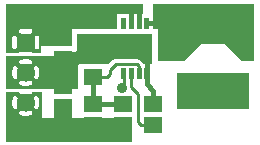
<source format=gbr>
G04 start of page 2 for group 0 idx 0 *
G04 Title: (unknown), component *
G04 Creator: pcb 20110918 *
G04 CreationDate: Sun 25 Aug 2013 03:08:56 AM GMT UTC *
G04 For: railfan *
G04 Format: Gerber/RS-274X *
G04 PCB-Dimensions: 85000 48000 *
G04 PCB-Coordinate-Origin: lower left *
%MOIN*%
%FSLAX25Y25*%
%LNTOP*%
%ADD20C,0.0380*%
%ADD19C,0.0200*%
%ADD18C,0.0360*%
%ADD17R,0.0230X0.0230*%
%ADD16R,0.0165X0.0165*%
%ADD15R,0.0512X0.0512*%
%ADD14C,0.0600*%
%ADD13C,0.0100*%
%ADD12C,0.0150*%
%ADD11C,0.0001*%
G54D11*G36*
X11250Y47000D02*X12500D01*
Y30500D01*
X11250D01*
Y31748D01*
X11368Y31757D01*
X11482Y31785D01*
X11592Y31830D01*
X11692Y31891D01*
X11782Y31968D01*
X11859Y32058D01*
X11920Y32158D01*
X11965Y32268D01*
X11993Y32382D01*
X12000Y32500D01*
Y35500D01*
X11993Y35618D01*
X11965Y35732D01*
X11920Y35842D01*
X11859Y35942D01*
X11782Y36032D01*
X11692Y36109D01*
X11592Y36170D01*
X11482Y36215D01*
X11368Y36243D01*
X11250Y36252D01*
Y47000D01*
G37*
G36*
X7500D02*X11250D01*
Y36252D01*
X11132Y36243D01*
X11018Y36215D01*
X10908Y36170D01*
X10808Y36109D01*
X10718Y36032D01*
X10641Y35942D01*
X10580Y35842D01*
X10535Y35732D01*
X10507Y35618D01*
X10500Y35500D01*
Y32500D01*
X10507Y32382D01*
X10535Y32268D01*
X10580Y32158D01*
X10641Y32058D01*
X10718Y31968D01*
X10808Y31891D01*
X10908Y31830D01*
X11018Y31785D01*
X11132Y31757D01*
X11250Y31748D01*
Y30500D01*
X9708D01*
X9670Y30592D01*
X9609Y30692D01*
X9532Y30782D01*
X9442Y30859D01*
X9342Y30920D01*
X9232Y30965D01*
X9118Y30993D01*
X9000Y31000D01*
X7500D01*
Y37000D01*
X9000D01*
X9118Y37007D01*
X9232Y37035D01*
X9342Y37080D01*
X9442Y37141D01*
X9532Y37218D01*
X9609Y37308D01*
X9670Y37408D01*
X9715Y37518D01*
X9743Y37632D01*
X9752Y37750D01*
X9743Y37868D01*
X9715Y37982D01*
X9670Y38092D01*
X9609Y38192D01*
X9532Y38282D01*
X9442Y38359D01*
X9342Y38420D01*
X9232Y38465D01*
X9118Y38493D01*
X9000Y38500D01*
X7500D01*
Y47000D01*
G37*
G36*
X3750D02*X7500D01*
Y38500D01*
X6000D01*
X5882Y38493D01*
X5768Y38465D01*
X5658Y38420D01*
X5558Y38359D01*
X5468Y38282D01*
X5391Y38192D01*
X5330Y38092D01*
X5285Y37982D01*
X5257Y37868D01*
X5248Y37750D01*
X5257Y37632D01*
X5285Y37518D01*
X5330Y37408D01*
X5391Y37308D01*
X5468Y37218D01*
X5558Y37141D01*
X5658Y37080D01*
X5768Y37035D01*
X5882Y37007D01*
X6000Y37000D01*
X7500D01*
Y31000D01*
X6000D01*
X5882Y30993D01*
X5768Y30965D01*
X5658Y30920D01*
X5558Y30859D01*
X5468Y30782D01*
X5391Y30692D01*
X5330Y30592D01*
X5292Y30500D01*
X3750D01*
Y31748D01*
X3868Y31757D01*
X3982Y31785D01*
X4092Y31830D01*
X4192Y31891D01*
X4282Y31968D01*
X4359Y32058D01*
X4420Y32158D01*
X4465Y32268D01*
X4493Y32382D01*
X4500Y32500D01*
Y35500D01*
X4493Y35618D01*
X4465Y35732D01*
X4420Y35842D01*
X4359Y35942D01*
X4282Y36032D01*
X4192Y36109D01*
X4092Y36170D01*
X3982Y36215D01*
X3868Y36243D01*
X3750Y36252D01*
Y47000D01*
G37*
G36*
X1000D02*X3750D01*
Y36252D01*
X3632Y36243D01*
X3518Y36215D01*
X3408Y36170D01*
X3308Y36109D01*
X3218Y36032D01*
X3141Y35942D01*
X3080Y35842D01*
X3035Y35732D01*
X3007Y35618D01*
X3000Y35500D01*
Y32500D01*
X3007Y32382D01*
X3035Y32268D01*
X3080Y32158D01*
X3141Y32058D01*
X3218Y31968D01*
X3308Y31891D01*
X3408Y31830D01*
X3518Y31785D01*
X3632Y31757D01*
X3750Y31748D01*
Y30500D01*
X1000D01*
Y47000D01*
G37*
G36*
X23000Y33000D02*X12000D01*
Y35500D01*
X11993Y35618D01*
X11965Y35732D01*
X11920Y35842D01*
X11859Y35942D01*
X11782Y36032D01*
X11692Y36109D01*
X11592Y36170D01*
X11482Y36215D01*
X11368Y36243D01*
X11250Y36252D01*
X11132Y36243D01*
X11018Y36215D01*
X10908Y36170D01*
X10808Y36109D01*
X10718Y36032D01*
X10641Y35942D01*
X10580Y35842D01*
X10535Y35732D01*
X10507Y35618D01*
X10500Y35500D01*
Y33000D01*
X7500D01*
Y37000D01*
X9000D01*
X9118Y37007D01*
X9232Y37035D01*
X9342Y37080D01*
X9442Y37141D01*
X9532Y37218D01*
X9609Y37308D01*
X9670Y37408D01*
X9715Y37518D01*
X9743Y37632D01*
X9752Y37750D01*
X9743Y37868D01*
X9715Y37982D01*
X9670Y38092D01*
X9609Y38192D01*
X9532Y38282D01*
X9442Y38359D01*
X9342Y38420D01*
X9232Y38465D01*
X9118Y38493D01*
X9000Y38500D01*
X7500D01*
Y47000D01*
X23000D01*
Y33000D01*
G37*
G36*
X51500Y47000D02*X83500D01*
Y33500D01*
X51500D01*
Y47000D01*
G37*
G36*
X50000D02*X53500D01*
Y38500D01*
X50000D01*
Y47000D01*
G37*
G36*
X51500Y36000D02*X60000D01*
Y28000D01*
X51500D01*
Y36000D01*
G37*
G36*
X49500Y27000D02*X46561D01*
X46497Y27104D01*
X46344Y27284D01*
X46299Y27322D01*
X45602Y28019D01*
X45564Y28064D01*
X45384Y28217D01*
X45183Y28341D01*
X44965Y28431D01*
X44735Y28486D01*
X44735Y28486D01*
X44500Y28505D01*
X44441Y28500D01*
X37559D01*
X37500Y28505D01*
X37265Y28486D01*
X37035Y28431D01*
X36817Y28341D01*
X36616Y28217D01*
X36615Y28217D01*
X36436Y28064D01*
X36398Y28019D01*
X35379Y27000D01*
X17000D01*
Y31000D01*
X49500D01*
Y27000D01*
G37*
G36*
X46500Y47000D02*Y43500D01*
X1000D01*
Y47000D01*
X46500D01*
G37*
G36*
X20500D02*X38000D01*
Y38500D01*
X20500D01*
Y47000D01*
G37*
G36*
X23000Y30000D02*X25500Y32500D01*
Y30000D01*
X23000D01*
G37*
G36*
X24500D02*Y37000D01*
X49500D01*
Y30000D01*
X24500D01*
G37*
G36*
X11113Y29500D02*X25000D01*
Y18500D01*
X11113D01*
Y21853D01*
X11156Y21860D01*
X11268Y21897D01*
X11373Y21952D01*
X11468Y22022D01*
X11551Y22106D01*
X11619Y22202D01*
X11670Y22308D01*
X11818Y22716D01*
X11922Y23137D01*
X11984Y23567D01*
X12005Y24000D01*
X11984Y24433D01*
X11922Y24863D01*
X11818Y25284D01*
X11675Y25694D01*
X11622Y25800D01*
X11553Y25896D01*
X11470Y25981D01*
X11375Y26051D01*
X11269Y26106D01*
X11157Y26143D01*
X11113Y26151D01*
Y29500D01*
G37*
G36*
X7502D02*X11113D01*
Y26151D01*
X11040Y26163D01*
X10921Y26164D01*
X10804Y26146D01*
X10691Y26110D01*
X10585Y26057D01*
X10488Y25988D01*
X10404Y25905D01*
X10333Y25809D01*
X10279Y25704D01*
X10241Y25592D01*
X10222Y25475D01*
X10221Y25356D01*
X10239Y25239D01*
X10277Y25126D01*
X10376Y24855D01*
X10444Y24575D01*
X10486Y24289D01*
X10500Y24000D01*
X10486Y23711D01*
X10444Y23425D01*
X10376Y23145D01*
X10280Y22872D01*
X10242Y22761D01*
X10225Y22644D01*
X10225Y22526D01*
X10245Y22409D01*
X10282Y22297D01*
X10336Y22193D01*
X10406Y22098D01*
X10491Y22015D01*
X10587Y21946D01*
X10692Y21893D01*
X10805Y21857D01*
X10921Y21840D01*
X11039Y21841D01*
X11113Y21853D01*
Y18500D01*
X7608D01*
X7502Y18505D01*
Y19495D01*
X7933Y19516D01*
X8363Y19578D01*
X8784Y19682D01*
X9194Y19825D01*
X9300Y19878D01*
X9396Y19947D01*
X9481Y20030D01*
X9551Y20125D01*
X9606Y20231D01*
X9643Y20343D01*
X9663Y20460D01*
X9664Y20579D01*
X9646Y20696D01*
X9610Y20809D01*
X9557Y20915D01*
X9488Y21012D01*
X9405Y21096D01*
X9309Y21167D01*
X9204Y21221D01*
X9092Y21259D01*
X8975Y21278D01*
X8856Y21279D01*
X8739Y21261D01*
X8626Y21223D01*
X8355Y21124D01*
X8075Y21056D01*
X7789Y21014D01*
X7502Y21000D01*
Y27000D01*
X7789Y26986D01*
X8075Y26944D01*
X8355Y26876D01*
X8628Y26780D01*
X8739Y26742D01*
X8856Y26725D01*
X8974Y26725D01*
X9091Y26745D01*
X9203Y26782D01*
X9307Y26836D01*
X9402Y26906D01*
X9485Y26991D01*
X9554Y27087D01*
X9607Y27192D01*
X9643Y27305D01*
X9660Y27421D01*
X9659Y27539D01*
X9640Y27656D01*
X9603Y27768D01*
X9548Y27873D01*
X9478Y27968D01*
X9394Y28051D01*
X9298Y28119D01*
X9192Y28170D01*
X8784Y28318D01*
X8363Y28422D01*
X7933Y28484D01*
X7502Y28505D01*
Y29500D01*
G37*
G36*
X3887D02*X7502D01*
Y28505D01*
X7500Y28505D01*
X7067Y28484D01*
X6637Y28422D01*
X6216Y28318D01*
X5806Y28175D01*
X5700Y28122D01*
X5604Y28053D01*
X5519Y27970D01*
X5449Y27875D01*
X5394Y27769D01*
X5357Y27657D01*
X5337Y27540D01*
X5336Y27421D01*
X5354Y27304D01*
X5390Y27191D01*
X5443Y27085D01*
X5512Y26988D01*
X5595Y26904D01*
X5691Y26833D01*
X5796Y26779D01*
X5908Y26741D01*
X6025Y26722D01*
X6144Y26721D01*
X6261Y26739D01*
X6374Y26777D01*
X6645Y26876D01*
X6925Y26944D01*
X7211Y26986D01*
X7500Y27000D01*
X7502Y27000D01*
Y21000D01*
X7500Y21000D01*
X7211Y21014D01*
X6925Y21056D01*
X6645Y21124D01*
X6372Y21220D01*
X6261Y21258D01*
X6144Y21275D01*
X6026Y21275D01*
X5909Y21255D01*
X5797Y21218D01*
X5693Y21164D01*
X5598Y21094D01*
X5515Y21009D01*
X5446Y20913D01*
X5393Y20808D01*
X5357Y20695D01*
X5340Y20579D01*
X5341Y20461D01*
X5360Y20344D01*
X5397Y20232D01*
X5452Y20127D01*
X5522Y20032D01*
X5606Y19949D01*
X5702Y19881D01*
X5808Y19830D01*
X6216Y19682D01*
X6637Y19578D01*
X7067Y19516D01*
X7500Y19495D01*
X7502Y19495D01*
Y18505D01*
X7500Y18505D01*
X7392Y18500D01*
X3887D01*
Y21849D01*
X3960Y21837D01*
X4079Y21836D01*
X4196Y21854D01*
X4309Y21890D01*
X4415Y21943D01*
X4512Y22012D01*
X4596Y22095D01*
X4667Y22191D01*
X4721Y22296D01*
X4759Y22408D01*
X4778Y22525D01*
X4779Y22644D01*
X4761Y22761D01*
X4723Y22874D01*
X4624Y23145D01*
X4556Y23425D01*
X4514Y23711D01*
X4500Y24000D01*
X4514Y24289D01*
X4556Y24575D01*
X4624Y24855D01*
X4720Y25128D01*
X4758Y25239D01*
X4775Y25356D01*
X4775Y25474D01*
X4755Y25591D01*
X4718Y25703D01*
X4664Y25807D01*
X4594Y25902D01*
X4509Y25985D01*
X4413Y26054D01*
X4308Y26107D01*
X4195Y26143D01*
X4079Y26160D01*
X3961Y26159D01*
X3887Y26147D01*
Y29500D01*
G37*
G36*
X1000D02*X3887D01*
Y26147D01*
X3844Y26140D01*
X3732Y26103D01*
X3627Y26048D01*
X3532Y25978D01*
X3449Y25894D01*
X3381Y25798D01*
X3330Y25692D01*
X3182Y25284D01*
X3078Y24863D01*
X3016Y24433D01*
X2995Y24000D01*
X3016Y23567D01*
X3078Y23137D01*
X3182Y22716D01*
X3325Y22306D01*
X3378Y22200D01*
X3447Y22104D01*
X3530Y22019D01*
X3625Y21949D01*
X3731Y21894D01*
X3843Y21857D01*
X3887Y21849D01*
Y18500D01*
X1000D01*
Y29500D01*
G37*
G36*
X43000Y9000D02*Y1000D01*
X1000D01*
Y9000D01*
X43000D01*
G37*
G36*
X11113Y17500D02*X13000D01*
Y1000D01*
X11113D01*
Y11853D01*
X11156Y11860D01*
X11268Y11897D01*
X11373Y11952D01*
X11468Y12022D01*
X11551Y12106D01*
X11619Y12202D01*
X11670Y12308D01*
X11818Y12716D01*
X11922Y13137D01*
X11984Y13567D01*
X12005Y14000D01*
X11984Y14433D01*
X11922Y14863D01*
X11818Y15284D01*
X11675Y15694D01*
X11622Y15800D01*
X11553Y15896D01*
X11470Y15981D01*
X11375Y16051D01*
X11269Y16106D01*
X11157Y16143D01*
X11113Y16151D01*
Y17500D01*
G37*
G36*
X7502Y17000D02*X7789Y16986D01*
X8075Y16944D01*
X8355Y16876D01*
X8628Y16780D01*
X8739Y16742D01*
X8856Y16725D01*
X8974Y16725D01*
X9091Y16745D01*
X9203Y16782D01*
X9307Y16836D01*
X9402Y16906D01*
X9485Y16991D01*
X9554Y17087D01*
X9607Y17192D01*
X9643Y17305D01*
X9660Y17421D01*
X9660Y17500D01*
X11113D01*
Y16151D01*
X11040Y16163D01*
X10921Y16164D01*
X10804Y16146D01*
X10691Y16110D01*
X10585Y16057D01*
X10488Y15988D01*
X10404Y15905D01*
X10333Y15809D01*
X10279Y15704D01*
X10241Y15592D01*
X10222Y15475D01*
X10221Y15356D01*
X10239Y15239D01*
X10277Y15126D01*
X10376Y14855D01*
X10444Y14575D01*
X10486Y14289D01*
X10500Y14000D01*
X10486Y13711D01*
X10444Y13425D01*
X10376Y13145D01*
X10280Y12872D01*
X10242Y12761D01*
X10225Y12644D01*
X10225Y12526D01*
X10245Y12409D01*
X10282Y12297D01*
X10336Y12193D01*
X10406Y12098D01*
X10491Y12015D01*
X10587Y11946D01*
X10692Y11893D01*
X10805Y11857D01*
X10921Y11840D01*
X11039Y11841D01*
X11113Y11853D01*
Y1000D01*
X7502D01*
Y9495D01*
X7933Y9516D01*
X8363Y9578D01*
X8784Y9682D01*
X9194Y9825D01*
X9300Y9878D01*
X9396Y9947D01*
X9481Y10030D01*
X9551Y10125D01*
X9606Y10231D01*
X9643Y10343D01*
X9663Y10460D01*
X9664Y10579D01*
X9646Y10696D01*
X9610Y10809D01*
X9557Y10915D01*
X9488Y11012D01*
X9405Y11096D01*
X9309Y11167D01*
X9204Y11221D01*
X9092Y11259D01*
X8975Y11278D01*
X8856Y11279D01*
X8739Y11261D01*
X8626Y11223D01*
X8355Y11124D01*
X8075Y11056D01*
X7789Y11014D01*
X7502Y11000D01*
Y17000D01*
G37*
G36*
X3887Y17500D02*X5337D01*
X5336Y17421D01*
X5354Y17304D01*
X5390Y17191D01*
X5443Y17085D01*
X5512Y16988D01*
X5595Y16904D01*
X5691Y16833D01*
X5796Y16779D01*
X5908Y16741D01*
X6025Y16722D01*
X6144Y16721D01*
X6261Y16739D01*
X6374Y16777D01*
X6645Y16876D01*
X6925Y16944D01*
X7211Y16986D01*
X7500Y17000D01*
X7502Y17000D01*
Y11000D01*
X7500Y11000D01*
X7211Y11014D01*
X6925Y11056D01*
X6645Y11124D01*
X6372Y11220D01*
X6261Y11258D01*
X6144Y11275D01*
X6026Y11275D01*
X5909Y11255D01*
X5797Y11218D01*
X5693Y11164D01*
X5598Y11094D01*
X5515Y11009D01*
X5446Y10913D01*
X5393Y10808D01*
X5357Y10695D01*
X5340Y10579D01*
X5341Y10461D01*
X5360Y10344D01*
X5397Y10232D01*
X5452Y10127D01*
X5522Y10032D01*
X5606Y9949D01*
X5702Y9881D01*
X5808Y9830D01*
X6216Y9682D01*
X6637Y9578D01*
X7067Y9516D01*
X7500Y9495D01*
X7502Y9495D01*
Y1000D01*
X3887D01*
Y11849D01*
X3960Y11837D01*
X4079Y11836D01*
X4196Y11854D01*
X4309Y11890D01*
X4415Y11943D01*
X4512Y12012D01*
X4596Y12095D01*
X4667Y12191D01*
X4721Y12296D01*
X4759Y12408D01*
X4778Y12525D01*
X4779Y12644D01*
X4761Y12761D01*
X4723Y12874D01*
X4624Y13145D01*
X4556Y13425D01*
X4514Y13711D01*
X4500Y14000D01*
X4514Y14289D01*
X4556Y14575D01*
X4624Y14855D01*
X4720Y15128D01*
X4758Y15239D01*
X4775Y15356D01*
X4775Y15474D01*
X4755Y15591D01*
X4718Y15703D01*
X4664Y15807D01*
X4594Y15902D01*
X4509Y15985D01*
X4413Y16054D01*
X4308Y16107D01*
X4195Y16143D01*
X4079Y16160D01*
X3961Y16159D01*
X3887Y16147D01*
Y17500D01*
G37*
G36*
X1000Y1000D02*Y17500D01*
X3887D01*
Y16147D01*
X3844Y16140D01*
X3732Y16103D01*
X3627Y16048D01*
X3532Y15978D01*
X3449Y15894D01*
X3381Y15798D01*
X3330Y15692D01*
X3182Y15284D01*
X3078Y14863D01*
X3016Y14433D01*
X2995Y14000D01*
X3016Y13567D01*
X3078Y13137D01*
X3182Y12716D01*
X3325Y12306D01*
X3378Y12200D01*
X3447Y12104D01*
X3530Y12019D01*
X3625Y11949D01*
X3731Y11894D01*
X3843Y11857D01*
X3887Y11849D01*
Y1000D01*
X1000D01*
G37*
G36*
X17000Y15000D02*X23000D01*
Y1000D01*
X17000D01*
Y15000D01*
G37*
G36*
X24000Y25500D02*Y28000D01*
X26500D01*
X24000Y25500D01*
G37*
G36*
X58000Y12000D02*Y24000D01*
X82000D01*
Y12000D01*
X58000D01*
G37*
G36*
X83500Y36000D02*Y28000D01*
X80000D01*
Y36000D01*
X83500D01*
G37*
G54D12*X30000Y13543D02*X40000D01*
X30000Y22457D02*Y13543D01*
G54D13*X40160Y23600D02*Y19000D01*
X35500Y23500D02*X34500Y22500D01*
X30000D01*
X45000Y7500D02*X46000Y6500D01*
G54D12*X45280Y40400D02*Y45000D01*
X42720Y40400D02*Y45000D01*
X47840Y40400D02*X53500D01*
X50000Y18000D02*Y13543D01*
X47840Y20160D02*X50000Y18000D01*
G54D13*X42720Y19280D02*X45000Y17000D01*
Y7500D01*
X46000Y6500D02*X50000D01*
G54D12*X47840Y23600D02*Y20160D01*
Y23600D02*Y29000D01*
G54D13*X42720Y23600D02*Y19280D01*
X45280Y23600D02*Y26220D01*
X44500Y27000D01*
X37500D01*
X35500Y25000D01*
Y23500D01*
G54D11*G36*
X4500Y37000D02*Y31000D01*
X10500D01*
Y37000D01*
X4500D01*
G37*
G54D14*X7500Y24000D03*
Y14000D03*
G54D11*G36*
X60450Y20044D02*X66044Y14450D01*
X63923Y12329D01*
X58329Y17923D01*
X60450Y20044D01*
G37*
G54D15*X49607Y6457D02*X50393D01*
X49607Y13543D02*X50393D01*
X29607D02*X30393D01*
X29607Y6457D02*X30393D01*
X39607D02*X40393D01*
X39607Y13543D02*X40393D01*
G54D16*X40160Y24675D02*Y22525D01*
X42720Y24675D02*Y22525D01*
X45280Y24675D02*Y22525D01*
X47840Y24675D02*Y22525D01*
G54D17*X59300Y34700D02*Y29100D01*
G54D11*G36*
X58329Y30077D02*X63923Y35671D01*
X66044Y33550D01*
X60450Y27956D01*
X58329Y30077D01*
G37*
G36*
X58450Y35550D02*Y31550D01*
X62450D01*
Y35550D01*
X58450D01*
G37*
G36*
X77550D02*Y31550D01*
X81550D01*
Y35550D01*
X77550D01*
G37*
G54D17*X59300Y34700D02*X80700D01*
Y29100D01*
Y18900D02*Y13300D01*
G54D11*G36*
X77550Y16450D02*Y12450D01*
X81550D01*
Y16450D01*
X77550D01*
G37*
G36*
X76077Y35671D02*X81671Y30077D01*
X79550Y27956D01*
X73956Y33550D01*
X76077Y35671D01*
G37*
G36*
X73956Y14450D02*X79550Y20044D01*
X81671Y17923D01*
X76077Y12329D01*
X73956Y14450D01*
G37*
G54D17*X59300Y13300D02*X80700D01*
X59300Y18900D02*Y13300D01*
G54D11*G36*
X58450Y16450D02*Y12450D01*
X62450D01*
Y16450D01*
X58450D01*
G37*
G54D16*X47840Y41475D02*Y39325D01*
X45280Y41475D02*Y39325D01*
X42720Y41475D02*Y39325D01*
X40160Y41475D02*Y39325D01*
G54D15*X19607Y12457D02*X20393D01*
X19607Y19543D02*X20393D01*
X19607Y35543D02*X20393D01*
X19607Y28457D02*X20393D01*
X29607Y29543D02*X30393D01*
X29607Y22457D02*X30393D01*
G54D18*X67500Y18000D03*
X72500D03*
X70000Y22000D03*
X65000D03*
X75000D03*
X35000Y41000D03*
X39500Y19000D03*
X35000Y34500D03*
X38000Y31000D03*
X41000Y34500D03*
X47000D03*
X44000Y31000D03*
G54D19*G54D20*M02*

</source>
